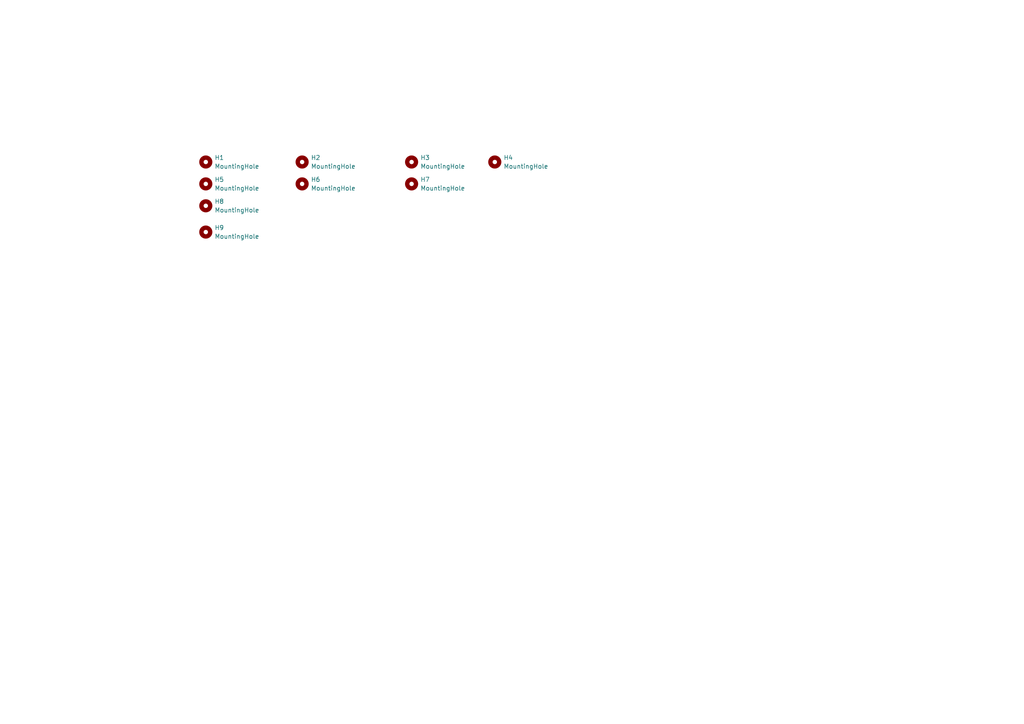
<source format=kicad_sch>
(kicad_sch (version 20211123) (generator eeschema)
  (paper "A4")
  (lib_symbols
    (symbol "Mechanical:MountingHole" (pin_names (offset 1.016))
      (property "Reference" "H" (at 0 5.08 0))
      (property "Value" "MountingHole" (at 0 3.175 0))
      (symbol "MountingHole_0_1"
        (circle (center 0 0) (radius 1.27) (stroke (width 1.27)))
      )
    )
  )
  (symbol (lib_id "Mechanical:MountingHole") (at 143.51 46.99 0) (unit 1)
    (property "Reference" "H4" (at 146.05 45.7199 0) (effects (justify left)))
    (property "Value" "MountingHole" (at 146.05 48.2599 0) (effects (justify left)))
    (property "Footprint" "MountingHole:MountingHole_6.4mm_M6" (effects hide))
  )
  (symbol (lib_id "Mechanical:MountingHole") (at 59.69 46.99 0) (unit 1)
    (property "Reference" "H1" (at 62.23 45.7199 0) (effects (justify left)))
    (property "Value" "MountingHole" (at 62.23 48.2599 0) (effects (justify left)))
    (property "Footprint" "MountingHole:MountingHole_3.2mm_M3" (effects hide))
  )
  (symbol (lib_id "Mechanical:MountingHole") (at 59.69 59.69 0) (unit 1)
    (property "Reference" "H8" (at 62.23 58.4199 0) (effects (justify left)))
    (property "Value" "MountingHole" (at 62.23 60.9599 0) (effects (justify left)))
    (property "Footprint" "MountingHole:MountingHole_3.2mm_M3" (effects hide))
  )
  (symbol (lib_id "Mechanical:MountingHole") (at 59.69 67.31 0) (unit 1)
    (property "Reference" "H9" (at 62.23 66.0399 0) (effects (justify left)))
    (property "Value" "MountingHole" (at 62.23 68.5799 0) (effects (justify left)))
    (property "Footprint" "MountingHole:MountingHole_3.2mm_M3" (effects hide))
  )
  (symbol (lib_id "Mechanical:MountingHole") (at 119.38 46.99 0) (unit 1)
    (property "Reference" "H3" (at 121.92 45.7199 0) (effects (justify left)))
    (property "Value" "MountingHole" (at 121.92 48.2599 0) (effects (justify left)))
    (property "Footprint" "MountingHole:MountingHole_6.4mm_M6" (effects hide))
  )
  (symbol (lib_id "Mechanical:MountingHole") (at 87.63 53.34 0) (unit 1)
    (property "Reference" "H6" (at 90.17 52.0699 0) (effects (justify left)))
    (property "Value" "MountingHole" (at 90.17 54.6099 0) (effects (justify left)))
    (property "Footprint" "MountingHole:MountingHole_3.2mm_M3" (effects hide))
  )
  (symbol (lib_id "Mechanical:MountingHole") (at 87.63 46.99 0) (unit 1)
    (property "Reference" "H2" (at 90.17 45.7199 0) (effects (justify left)))
    (property "Value" "MountingHole" (at 90.17 48.2599 0) (effects (justify left)))
    (property "Footprint" "MountingHole:MountingHole_3.2mm_M3" (effects hide))
  )
  (symbol (lib_id "Mechanical:MountingHole") (at 59.69 53.34 0) (unit 1)
    (property "Reference" "H5" (at 62.23 52.0699 0) (effects (justify left)))
    (property "Value" "MountingHole" (at 62.23 54.6099 0) (effects (justify left)))
    (property "Footprint" "MountingHole:MountingHole_3.2mm_M3" (effects hide))
  )
  (symbol (lib_id "Mechanical:MountingHole") (at 119.38 53.34 0) (unit 1)
    (property "Reference" "H7" (at 121.92 52.0699 0) (effects (justify left)))
    (property "Value" "MountingHole" (at 121.92 54.6099 0) (effects (justify left)))
    (property "Footprint" "MountingHole:MountingHole_6.4mm_M6" (effects hide))
  )
)
</source>
